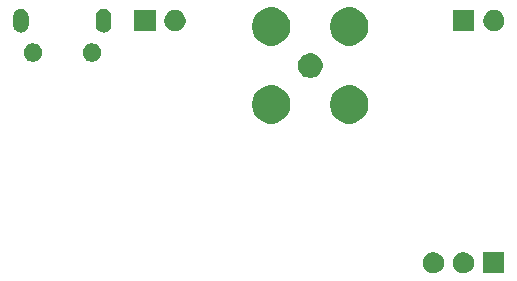
<source format=gbr>
G04 #@! TF.GenerationSoftware,KiCad,Pcbnew,(5.1.5-0-10_14)*
G04 #@! TF.CreationDate,2020-12-29T13:30:18-08:00*
G04 #@! TF.ProjectId,FakeEyes,46616b65-4579-4657-932e-6b696361645f,rev?*
G04 #@! TF.SameCoordinates,Original*
G04 #@! TF.FileFunction,Soldermask,Bot*
G04 #@! TF.FilePolarity,Negative*
%FSLAX46Y46*%
G04 Gerber Fmt 4.6, Leading zero omitted, Abs format (unit mm)*
G04 Created by KiCad (PCBNEW (5.1.5-0-10_14)) date 2020-12-29 13:30:18*
%MOMM*%
%LPD*%
G04 APERTURE LIST*
%ADD10C,0.150000*%
G04 APERTURE END LIST*
D10*
G36*
X126401000Y-83401000D02*
G01*
X124599000Y-83401000D01*
X124599000Y-81599000D01*
X126401000Y-81599000D01*
X126401000Y-83401000D01*
G37*
G36*
X123073512Y-81603927D02*
G01*
X123222812Y-81633624D01*
X123386784Y-81701544D01*
X123534354Y-81800147D01*
X123659853Y-81925646D01*
X123758456Y-82073216D01*
X123826376Y-82237188D01*
X123861000Y-82411259D01*
X123861000Y-82588741D01*
X123826376Y-82762812D01*
X123758456Y-82926784D01*
X123659853Y-83074354D01*
X123534354Y-83199853D01*
X123386784Y-83298456D01*
X123222812Y-83366376D01*
X123073512Y-83396073D01*
X123048742Y-83401000D01*
X122871258Y-83401000D01*
X122846488Y-83396073D01*
X122697188Y-83366376D01*
X122533216Y-83298456D01*
X122385646Y-83199853D01*
X122260147Y-83074354D01*
X122161544Y-82926784D01*
X122093624Y-82762812D01*
X122059000Y-82588741D01*
X122059000Y-82411259D01*
X122093624Y-82237188D01*
X122161544Y-82073216D01*
X122260147Y-81925646D01*
X122385646Y-81800147D01*
X122533216Y-81701544D01*
X122697188Y-81633624D01*
X122846488Y-81603927D01*
X122871258Y-81599000D01*
X123048742Y-81599000D01*
X123073512Y-81603927D01*
G37*
G36*
X120533512Y-81603927D02*
G01*
X120682812Y-81633624D01*
X120846784Y-81701544D01*
X120994354Y-81800147D01*
X121119853Y-81925646D01*
X121218456Y-82073216D01*
X121286376Y-82237188D01*
X121321000Y-82411259D01*
X121321000Y-82588741D01*
X121286376Y-82762812D01*
X121218456Y-82926784D01*
X121119853Y-83074354D01*
X120994354Y-83199853D01*
X120846784Y-83298456D01*
X120682812Y-83366376D01*
X120533512Y-83396073D01*
X120508742Y-83401000D01*
X120331258Y-83401000D01*
X120306488Y-83396073D01*
X120157188Y-83366376D01*
X119993216Y-83298456D01*
X119845646Y-83199853D01*
X119720147Y-83074354D01*
X119621544Y-82926784D01*
X119553624Y-82762812D01*
X119519000Y-82588741D01*
X119519000Y-82411259D01*
X119553624Y-82237188D01*
X119621544Y-82073216D01*
X119720147Y-81925646D01*
X119845646Y-81800147D01*
X119993216Y-81701544D01*
X120157188Y-81633624D01*
X120306488Y-81603927D01*
X120331258Y-81599000D01*
X120508742Y-81599000D01*
X120533512Y-81603927D01*
G37*
G36*
X113770785Y-67548025D02*
G01*
X114064514Y-67669691D01*
X114328864Y-67846324D01*
X114553676Y-68071136D01*
X114730309Y-68335486D01*
X114851975Y-68629215D01*
X114914000Y-68941034D01*
X114914000Y-69258966D01*
X114851975Y-69570785D01*
X114730309Y-69864514D01*
X114553676Y-70128864D01*
X114328864Y-70353676D01*
X114064514Y-70530309D01*
X113770785Y-70651975D01*
X113458966Y-70714000D01*
X113141034Y-70714000D01*
X112829215Y-70651975D01*
X112535486Y-70530309D01*
X112271136Y-70353676D01*
X112046324Y-70128864D01*
X111869691Y-69864514D01*
X111748025Y-69570785D01*
X111686000Y-69258966D01*
X111686000Y-68941034D01*
X111748025Y-68629215D01*
X111869691Y-68335486D01*
X112046324Y-68071136D01*
X112271136Y-67846324D01*
X112535486Y-67669691D01*
X112829215Y-67548025D01*
X113141034Y-67486000D01*
X113458966Y-67486000D01*
X113770785Y-67548025D01*
G37*
G36*
X107170785Y-67548025D02*
G01*
X107464514Y-67669691D01*
X107728864Y-67846324D01*
X107953676Y-68071136D01*
X108130309Y-68335486D01*
X108251975Y-68629215D01*
X108314000Y-68941034D01*
X108314000Y-69258966D01*
X108251975Y-69570785D01*
X108130309Y-69864514D01*
X107953676Y-70128864D01*
X107728864Y-70353676D01*
X107464514Y-70530309D01*
X107170785Y-70651975D01*
X106858966Y-70714000D01*
X106541034Y-70714000D01*
X106229215Y-70651975D01*
X105935486Y-70530309D01*
X105671136Y-70353676D01*
X105446324Y-70128864D01*
X105269691Y-69864514D01*
X105148025Y-69570785D01*
X105086000Y-69258966D01*
X105086000Y-68941034D01*
X105148025Y-68629215D01*
X105269691Y-68335486D01*
X105446324Y-68071136D01*
X105671136Y-67846324D01*
X105935486Y-67669691D01*
X106229215Y-67548025D01*
X106541034Y-67486000D01*
X106858966Y-67486000D01*
X107170785Y-67548025D01*
G37*
G36*
X110306564Y-64789389D02*
G01*
X110497833Y-64868615D01*
X110497835Y-64868616D01*
X110584237Y-64926348D01*
X110669973Y-64983635D01*
X110816365Y-65130027D01*
X110931385Y-65302167D01*
X111010611Y-65493436D01*
X111051000Y-65696484D01*
X111051000Y-65903516D01*
X111010611Y-66106564D01*
X110931385Y-66297833D01*
X110931384Y-66297835D01*
X110816365Y-66469973D01*
X110669973Y-66616365D01*
X110497835Y-66731384D01*
X110497834Y-66731385D01*
X110497833Y-66731385D01*
X110306564Y-66810611D01*
X110103516Y-66851000D01*
X109896484Y-66851000D01*
X109693436Y-66810611D01*
X109502167Y-66731385D01*
X109502166Y-66731385D01*
X109502165Y-66731384D01*
X109330027Y-66616365D01*
X109183635Y-66469973D01*
X109068616Y-66297835D01*
X109068615Y-66297833D01*
X108989389Y-66106564D01*
X108949000Y-65903516D01*
X108949000Y-65696484D01*
X108989389Y-65493436D01*
X109068615Y-65302167D01*
X109183635Y-65130027D01*
X109330027Y-64983635D01*
X109415763Y-64926348D01*
X109502165Y-64868616D01*
X109502167Y-64868615D01*
X109693436Y-64789389D01*
X109896484Y-64749000D01*
X110103516Y-64749000D01*
X110306564Y-64789389D01*
G37*
G36*
X86726348Y-63953820D02*
G01*
X86726350Y-63953821D01*
X86726351Y-63953821D01*
X86867574Y-64012317D01*
X86867577Y-64012319D01*
X86994669Y-64097239D01*
X87102761Y-64205331D01*
X87187681Y-64332423D01*
X87187683Y-64332426D01*
X87246179Y-64473649D01*
X87246180Y-64473652D01*
X87276000Y-64623569D01*
X87276000Y-64776431D01*
X87257664Y-64868615D01*
X87246179Y-64926351D01*
X87187683Y-65067574D01*
X87187681Y-65067577D01*
X87102761Y-65194669D01*
X86994669Y-65302761D01*
X86867577Y-65387681D01*
X86867574Y-65387683D01*
X86726351Y-65446179D01*
X86726350Y-65446179D01*
X86726348Y-65446180D01*
X86576431Y-65476000D01*
X86423569Y-65476000D01*
X86273652Y-65446180D01*
X86273650Y-65446179D01*
X86273649Y-65446179D01*
X86132426Y-65387683D01*
X86132423Y-65387681D01*
X86005331Y-65302761D01*
X85897239Y-65194669D01*
X85812319Y-65067577D01*
X85812317Y-65067574D01*
X85753821Y-64926351D01*
X85742337Y-64868615D01*
X85724000Y-64776431D01*
X85724000Y-64623569D01*
X85753820Y-64473652D01*
X85753821Y-64473649D01*
X85812317Y-64332426D01*
X85812319Y-64332423D01*
X85897239Y-64205331D01*
X86005331Y-64097239D01*
X86132423Y-64012319D01*
X86132426Y-64012317D01*
X86273649Y-63953821D01*
X86273650Y-63953821D01*
X86273652Y-63953820D01*
X86423569Y-63924000D01*
X86576431Y-63924000D01*
X86726348Y-63953820D01*
G37*
G36*
X91726348Y-63953820D02*
G01*
X91726350Y-63953821D01*
X91726351Y-63953821D01*
X91867574Y-64012317D01*
X91867577Y-64012319D01*
X91994669Y-64097239D01*
X92102761Y-64205331D01*
X92187681Y-64332423D01*
X92187683Y-64332426D01*
X92246179Y-64473649D01*
X92246180Y-64473652D01*
X92276000Y-64623569D01*
X92276000Y-64776431D01*
X92257664Y-64868615D01*
X92246179Y-64926351D01*
X92187683Y-65067574D01*
X92187681Y-65067577D01*
X92102761Y-65194669D01*
X91994669Y-65302761D01*
X91867577Y-65387681D01*
X91867574Y-65387683D01*
X91726351Y-65446179D01*
X91726350Y-65446179D01*
X91726348Y-65446180D01*
X91576431Y-65476000D01*
X91423569Y-65476000D01*
X91273652Y-65446180D01*
X91273650Y-65446179D01*
X91273649Y-65446179D01*
X91132426Y-65387683D01*
X91132423Y-65387681D01*
X91005331Y-65302761D01*
X90897239Y-65194669D01*
X90812319Y-65067577D01*
X90812317Y-65067574D01*
X90753821Y-64926351D01*
X90742337Y-64868615D01*
X90724000Y-64776431D01*
X90724000Y-64623569D01*
X90753820Y-64473652D01*
X90753821Y-64473649D01*
X90812317Y-64332426D01*
X90812319Y-64332423D01*
X90897239Y-64205331D01*
X91005331Y-64097239D01*
X91132423Y-64012319D01*
X91132426Y-64012317D01*
X91273649Y-63953821D01*
X91273650Y-63953821D01*
X91273652Y-63953820D01*
X91423569Y-63924000D01*
X91576431Y-63924000D01*
X91726348Y-63953820D01*
G37*
G36*
X107170785Y-60948025D02*
G01*
X107464514Y-61069691D01*
X107728864Y-61246324D01*
X107953676Y-61471136D01*
X108130309Y-61735486D01*
X108251975Y-62029215D01*
X108314000Y-62341034D01*
X108314000Y-62658966D01*
X108251975Y-62970785D01*
X108130309Y-63264514D01*
X107953676Y-63528864D01*
X107728864Y-63753676D01*
X107464514Y-63930309D01*
X107170785Y-64051975D01*
X106858966Y-64114000D01*
X106541034Y-64114000D01*
X106229215Y-64051975D01*
X105935486Y-63930309D01*
X105671136Y-63753676D01*
X105446324Y-63528864D01*
X105269691Y-63264514D01*
X105148025Y-62970785D01*
X105086000Y-62658966D01*
X105086000Y-62341034D01*
X105148025Y-62029215D01*
X105269691Y-61735486D01*
X105446324Y-61471136D01*
X105671136Y-61246324D01*
X105935486Y-61069691D01*
X106229215Y-60948025D01*
X106541034Y-60886000D01*
X106858966Y-60886000D01*
X107170785Y-60948025D01*
G37*
G36*
X113770785Y-60948025D02*
G01*
X114064514Y-61069691D01*
X114328864Y-61246324D01*
X114553676Y-61471136D01*
X114730309Y-61735486D01*
X114851975Y-62029215D01*
X114914000Y-62341034D01*
X114914000Y-62658966D01*
X114851975Y-62970785D01*
X114730309Y-63264514D01*
X114553676Y-63528864D01*
X114328864Y-63753676D01*
X114064514Y-63930309D01*
X113770785Y-64051975D01*
X113458966Y-64114000D01*
X113141034Y-64114000D01*
X112829215Y-64051975D01*
X112535486Y-63930309D01*
X112271136Y-63753676D01*
X112046324Y-63528864D01*
X111869691Y-63264514D01*
X111748025Y-62970785D01*
X111686000Y-62658966D01*
X111686000Y-62341034D01*
X111748025Y-62029215D01*
X111869691Y-61735486D01*
X112046324Y-61471136D01*
X112271136Y-61246324D01*
X112535486Y-61069691D01*
X112829215Y-60948025D01*
X113141034Y-60886000D01*
X113458966Y-60886000D01*
X113770785Y-60948025D01*
G37*
G36*
X92627617Y-61008420D02*
G01*
X92718403Y-61035960D01*
X92750335Y-61045646D01*
X92863424Y-61106094D01*
X92962554Y-61187447D01*
X93043906Y-61286575D01*
X93104354Y-61399664D01*
X93112235Y-61425646D01*
X93141580Y-61522382D01*
X93151000Y-61618027D01*
X93151000Y-62381973D01*
X93141580Y-62477618D01*
X93114040Y-62568404D01*
X93104354Y-62600336D01*
X93043906Y-62713425D01*
X92962554Y-62812554D01*
X92863425Y-62893906D01*
X92750336Y-62954354D01*
X92718404Y-62964040D01*
X92627618Y-62991580D01*
X92500000Y-63004149D01*
X92372383Y-62991580D01*
X92281597Y-62964040D01*
X92249665Y-62954354D01*
X92136576Y-62893906D01*
X92037447Y-62812554D01*
X91956095Y-62713425D01*
X91895648Y-62600337D01*
X91895645Y-62600332D01*
X91858420Y-62477618D01*
X91849000Y-62381973D01*
X91849000Y-61618028D01*
X91858420Y-61522383D01*
X91895645Y-61399669D01*
X91895646Y-61399665D01*
X91956094Y-61286576D01*
X92037447Y-61187446D01*
X92136575Y-61106094D01*
X92249664Y-61045646D01*
X92281596Y-61035960D01*
X92372382Y-61008420D01*
X92500000Y-60995851D01*
X92627617Y-61008420D01*
G37*
G36*
X85627618Y-61008420D02*
G01*
X85718404Y-61035960D01*
X85750336Y-61045646D01*
X85863425Y-61106094D01*
X85962554Y-61187446D01*
X86043906Y-61286575D01*
X86104354Y-61399664D01*
X86112235Y-61425646D01*
X86141580Y-61522382D01*
X86151000Y-61618027D01*
X86151000Y-62381973D01*
X86141580Y-62477618D01*
X86114040Y-62568404D01*
X86104354Y-62600336D01*
X86043906Y-62713425D01*
X85962554Y-62812553D01*
X85863424Y-62893906D01*
X85750335Y-62954354D01*
X85718403Y-62964040D01*
X85627617Y-62991580D01*
X85500000Y-63004149D01*
X85372382Y-62991580D01*
X85281596Y-62964040D01*
X85249664Y-62954354D01*
X85136575Y-62893906D01*
X85037447Y-62812554D01*
X84956094Y-62713424D01*
X84895646Y-62600335D01*
X84885960Y-62568403D01*
X84858420Y-62477617D01*
X84849000Y-62381972D01*
X84849000Y-61618027D01*
X84858420Y-61522382D01*
X84895645Y-61399668D01*
X84948841Y-61300147D01*
X84956095Y-61286575D01*
X85037447Y-61187446D01*
X85136576Y-61106094D01*
X85249665Y-61045646D01*
X85281597Y-61035960D01*
X85372383Y-61008420D01*
X85500000Y-60995851D01*
X85627618Y-61008420D01*
G37*
G36*
X125653512Y-61103927D02*
G01*
X125802812Y-61133624D01*
X125966784Y-61201544D01*
X126114354Y-61300147D01*
X126239853Y-61425646D01*
X126338456Y-61573216D01*
X126406376Y-61737188D01*
X126441000Y-61911259D01*
X126441000Y-62088741D01*
X126406376Y-62262812D01*
X126338456Y-62426784D01*
X126239853Y-62574354D01*
X126114354Y-62699853D01*
X125966784Y-62798456D01*
X125802812Y-62866376D01*
X125653512Y-62896073D01*
X125628742Y-62901000D01*
X125451258Y-62901000D01*
X125426488Y-62896073D01*
X125277188Y-62866376D01*
X125113216Y-62798456D01*
X124965646Y-62699853D01*
X124840147Y-62574354D01*
X124741544Y-62426784D01*
X124673624Y-62262812D01*
X124639000Y-62088741D01*
X124639000Y-61911259D01*
X124673624Y-61737188D01*
X124741544Y-61573216D01*
X124840147Y-61425646D01*
X124965646Y-61300147D01*
X125113216Y-61201544D01*
X125277188Y-61133624D01*
X125426488Y-61103927D01*
X125451258Y-61099000D01*
X125628742Y-61099000D01*
X125653512Y-61103927D01*
G37*
G36*
X123901000Y-62901000D02*
G01*
X122099000Y-62901000D01*
X122099000Y-61099000D01*
X123901000Y-61099000D01*
X123901000Y-62901000D01*
G37*
G36*
X98653512Y-61103927D02*
G01*
X98802812Y-61133624D01*
X98966784Y-61201544D01*
X99114354Y-61300147D01*
X99239853Y-61425646D01*
X99338456Y-61573216D01*
X99406376Y-61737188D01*
X99441000Y-61911259D01*
X99441000Y-62088741D01*
X99406376Y-62262812D01*
X99338456Y-62426784D01*
X99239853Y-62574354D01*
X99114354Y-62699853D01*
X98966784Y-62798456D01*
X98802812Y-62866376D01*
X98653512Y-62896073D01*
X98628742Y-62901000D01*
X98451258Y-62901000D01*
X98426488Y-62896073D01*
X98277188Y-62866376D01*
X98113216Y-62798456D01*
X97965646Y-62699853D01*
X97840147Y-62574354D01*
X97741544Y-62426784D01*
X97673624Y-62262812D01*
X97639000Y-62088741D01*
X97639000Y-61911259D01*
X97673624Y-61737188D01*
X97741544Y-61573216D01*
X97840147Y-61425646D01*
X97965646Y-61300147D01*
X98113216Y-61201544D01*
X98277188Y-61133624D01*
X98426488Y-61103927D01*
X98451258Y-61099000D01*
X98628742Y-61099000D01*
X98653512Y-61103927D01*
G37*
G36*
X96901000Y-62901000D02*
G01*
X95099000Y-62901000D01*
X95099000Y-61099000D01*
X96901000Y-61099000D01*
X96901000Y-62901000D01*
G37*
M02*

</source>
